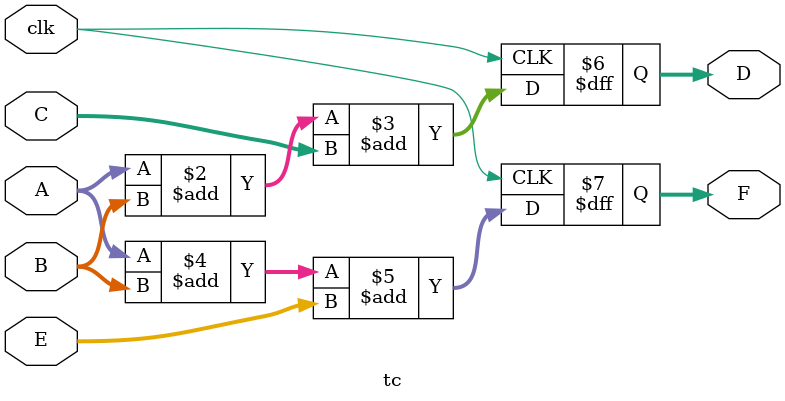
<source format=v>
module tc(clk,A,B,C,D,E,F);
input clk;
input[3:0] A,B,C,E;
output reg[7:0] D,F;
always @(posedge clk)
begin
D = A + B + C;
F = A + B + E;
end
endmodule

</source>
